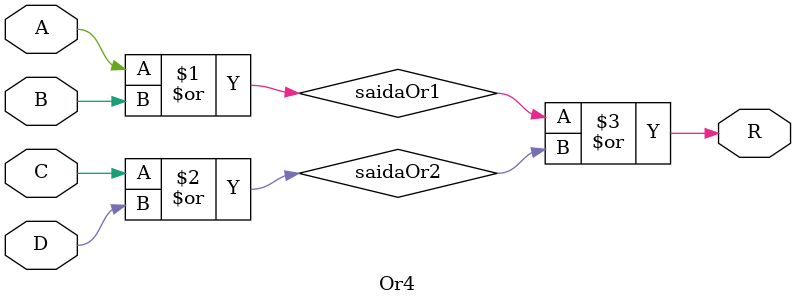
<source format=v>


module Or4 (R, A, B, C, D);

    input wire A, B, C, D;
    output wire R;

    wire saidaOr1;
    wire saidaOr2;

    or OR1 (saidaOr1, A, B);
    or OR2 (saidaOr2, C, D);
    or OR3 (R, saidaOr1, saidaOr2);




endmodule
</source>
